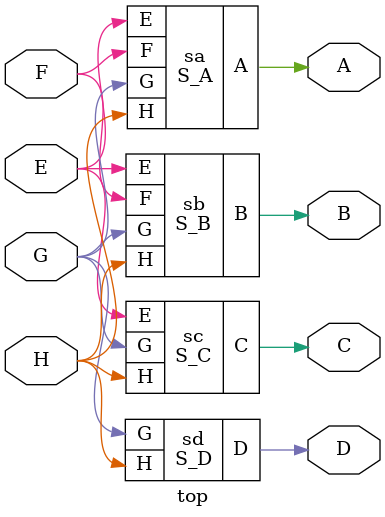
<source format=v>
/*
Program: CI Digital T2/2025
Class: Introdução à Verilog  
Class-ID: SD122
Advisor: Felipe Rocha 
Advisor-Contact: felipef.rocha@inatel.br
Institute: INATEL - Santa Rita do Sapucaí / MG  
Development: André Bezerra 
Student-Contact: andrefrbezerra@gmail.com
Task-ID: A-102
Type: Laboratory
Data: november, 5 2025
*/

`timescale 1 ns / 1 ps;

module S_D(
    input H,G,
    output D
);
    assign D = H & G;
endmodule

module S_C(
    input H,G,E,
    output C
);
    assign C = (!H & G & E) | (H & !G);
endmodule

module S_B(
    input H,G,F,E,
    output B
);
    assign B = (!H & G & !E) | (!G & F) | (H & !G);
endmodule

module S_A(
    input H,G,F,E,
    output A
);
    assign A = (!H & !G & !F & E) | (!H & G & !E) | (G & F) | (H & G & E) | (H & F);
endmodule

module top(
    input H,G,F,E,
    output D,C,B,A
);
    S_D sd(.H(H),.G(G),.D(D));
    S_C sc(.H(H),.G(G),.E(E),.C(C));
    S_B sb(.H(H),.G(G),.F(F),.E(E),.B(B));
    S_A sa(.H(H),.G(G),.F(F),.E(E),.A(A));
endmodule

</source>
